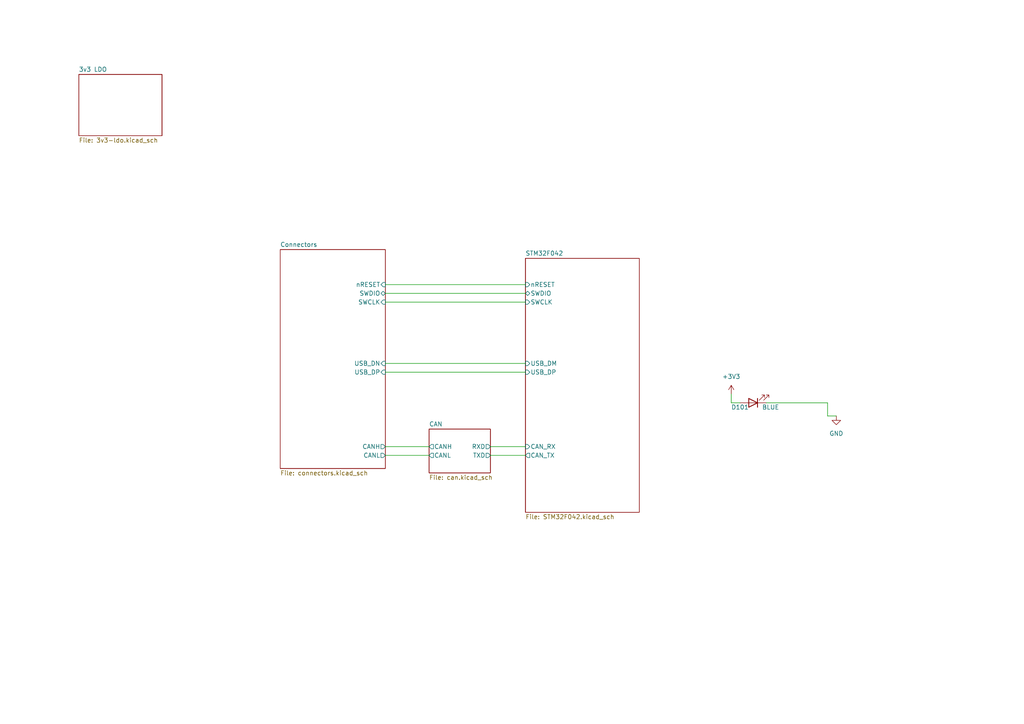
<source format=kicad_sch>
(kicad_sch (version 20231120) (generator "eeschema") (generator_version "8.0")
  (paper "A4")
  (lib_symbols
    (symbol "Device:LED" (pin_numbers hide) (pin_names (offset 1.016) hide)
      (property "Reference" "D" (at 0 2.54 0))
      (property "Value" "LED" (at 0 -2.54 0))
      (symbol "LED_0_1"
        (polyline (pts (xy -1.27 -1.27) (xy -1.27 1.27)) (stroke (width 0.254)))
        (polyline (pts (xy -1.27 0) (xy 1.27 0)))
        (polyline (pts (xy 1.27 -1.27) (xy 1.27 1.27) (xy -1.27 0) (xy 1.27 -1.27)) (stroke (width 0.254)))
        (polyline (pts (xy -3.048 -0.762) (xy -4.572 -2.286) (xy -3.81 -2.286) (xy -4.572 -2.286) (xy -4.572 -1.524)))
        (polyline (pts (xy -1.778 -0.762) (xy -3.302 -2.286) (xy -2.54 -2.286) (xy -3.302 -2.286) (xy -3.302 -1.524)))
      )
      (symbol "LED_1_1"
        (pin passive line (at -3.81 0 0) (length 2.54) (name "K") (number "1"))
        (pin passive line (at 3.81 0 180) (length 2.54) (name "A") (number "2"))
      )
    )
    (symbol "power:+3V3" (power) (pin_names (offset 0))
      (property "Value" "+3V3" (at 0 3.556 0))
      (symbol "+3V3_0_1"
        (polyline (pts (xy -0.762 1.27) (xy 0 2.54)))
        (polyline (pts (xy 0 0) (xy 0 2.54)))
        (polyline (pts (xy 0 2.54) (xy 0.762 1.27)))
      )
      (symbol "+3V3_1_1"
        (pin power_in line (at 0 0 90) (length 0) hide (name "+3V3") (number "1"))
      )
    )
    (symbol "power:GND" (power) (pin_names (offset 0))
      (property "Value" "GND" (at 0 -3.81 0))
      (symbol "GND_0_1"
        (polyline (pts (xy 0 0) (xy 0 -1.27) (xy 1.27 -1.27) (xy 0 -2.54) (xy -1.27 -1.27) (xy 0 -1.27)))
      )
      (symbol "GND_1_1"
        (pin power_in line (at 0 0 270) (length 0) hide (name "GND") (number "1"))
      )
    )
  )
  (wire (pts (xy 222.25 116.84) (xy 240.03 116.84)))
  (wire (pts (xy 111.76 107.95) (xy 152.4 107.95)))
  (wire (pts (xy 240.03 120.65) (xy 242.57 120.65)))
  (wire (pts (xy 111.76 82.55) (xy 152.4 82.55)))
  (wire (pts (xy 111.76 105.41) (xy 152.4 105.41)))
  (wire (pts (xy 111.76 87.63) (xy 152.4 87.63)))
  (wire (pts (xy 111.76 85.09) (xy 152.4 85.09)))
  (wire (pts (xy 212.09 114.3) (xy 212.09 116.84)))
  (wire (pts (xy 111.76 132.08) (xy 124.46 132.08)))
  (wire (pts (xy 142.24 129.54) (xy 152.4 129.54)))
  (wire (pts (xy 142.24 132.08) (xy 152.4 132.08)))
  (wire (pts (xy 212.09 116.84) (xy 214.63 116.84)))
  (wire (pts (xy 111.76 129.54) (xy 124.46 129.54)))
  (wire (pts (xy 240.03 116.84) (xy 240.03 120.65)))
  (symbol (lib_id "power:+3V3") (at 212.09 114.3 0) (unit 1)
    (property "Reference" "#PWR0101" (effects (hide yes)))
    (property "Value" "+3V3" (at 212.09 109.22 0))
  )
  (symbol (lib_id "power:GND") (at 242.57 120.65 0) (unit 1)
    (property "Reference" "#PWR0102" (effects (hide yes)))
    (property "Value" "GND" (at 242.57 125.73 0))
  )
  (symbol (lib_id "Device:LED") (at 218.44 116.84 180) (unit 1)
    (property "Reference" "D101" (at 214.63 118.11 0))
    (property "Value" "BLUE" (at 223.52 118.11 0))
    (property "Footprint" "LED_SMD:LED_0603_1608Metric_Pad1.05x0.95mm_HandSolder" (effects (hide yes)))
  )
  (sheet (at 81.28 72.39) (size 30.48 63.5) (stroke (width 0.1524))
    (property "Sheetname" "Connectors" (at 81.28 71.6784 0) (effects (justify left bottom)))
    (property "Sheetfile" "connectors.kicad_sch" (at 81.28 136.4746 0) (effects (justify left top)))
    (pin "SWCLK" input (at 111.76 87.63 0))
    (pin "nRESET" input (at 111.76 82.55 0))
    (pin "SWDIO" bidirectional (at 111.76 85.09 0))
    (pin "USB_DN" input (at 111.76 105.41 0))
    (pin "USB_DP" input (at 111.76 107.95 0))
    (pin "CANL" output (at 111.76 132.08 0))
    (pin "CANH" output (at 111.76 129.54 0))
  )
  (sheet (at 124.46 124.46) (size 17.78 12.7) (stroke (width 0.1524))
    (property "Sheetname" "CAN" (at 124.46 123.7484 0) (effects (justify left bottom)))
    (property "Sheetfile" "can.kicad_sch" (at 124.46 137.7446 0) (effects (justify left top)))
    (pin "RXD" output (at 142.24 129.54 0))
    (pin "TXD" output (at 142.24 132.08 0))
    (pin "CANL" output (at 124.46 132.08 180))
    (pin "CANH" output (at 124.46 129.54 180))
  )
  (sheet (at 22.86 21.59) (size 24.13 17.78) (stroke (width 0.1524))
    (property "Sheetname" "3v3 LDO" (at 22.86 20.8784 0) (effects (justify left bottom)))
    (property "Sheetfile" "3v3-ldo.kicad_sch" (at 22.86 39.9546 0) (effects (justify left top)))
  )
  (sheet (at 152.4 74.93) (size 33.02 73.66) (stroke (width 0.1524))
    (property "Sheetname" "STM32F042" (at 152.4 74.2184 0) (effects (justify left bottom)))
    (property "Sheetfile" "STM32F042.kicad_sch" (at 152.4 149.1746 0) (effects (justify left top)))
    (pin "nRESET" input (at 152.4 82.55 180))
    (pin "SWDIO" bidirectional (at 152.4 85.09 180))
    (pin "SWCLK" input (at 152.4 87.63 180))
    (pin "USB_DM" input (at 152.4 105.41 180))
    (pin "USB_DP" input (at 152.4 107.95 180))
    (pin "CAN_RX" input (at 152.4 129.54 180))
    (pin "CAN_TX" output (at 152.4 132.08 180))
  )
)
</source>
